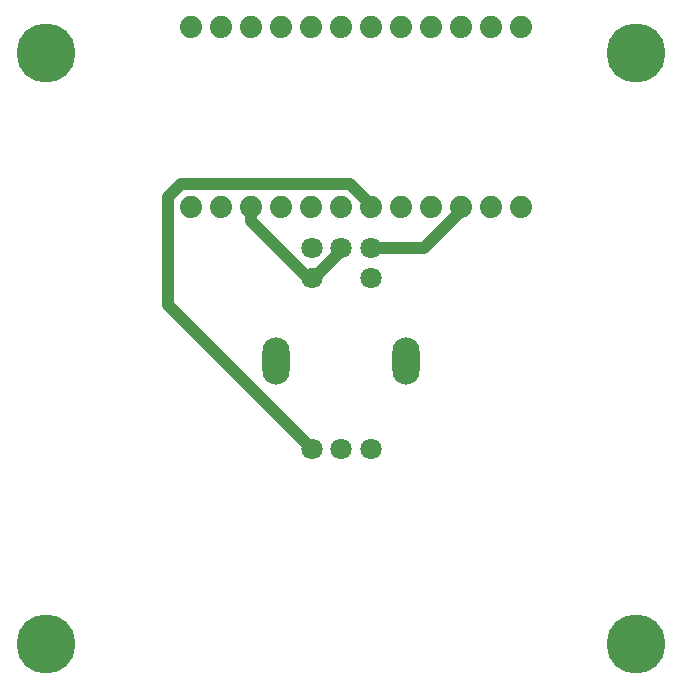
<source format=gtl>
G04 Layer: TopLayer*
G04 EasyEDA v6.5.44, 2024-08-12 22:27:17*
G04 a969c8272e934fc59d291ef219c4aee1,8459dde1cedc4d0a992e2e80de75b1a7,10*
G04 Gerber Generator version 0.2*
G04 Scale: 100 percent, Rotated: No, Reflected: No *
G04 Dimensions in millimeters *
G04 leading zeros omitted , absolute positions ,4 integer and 5 decimal *
%FSLAX45Y45*%
%MOMM*%

%ADD10C,1.0000*%
%ADD11C,5.0000*%
%ADD12C,1.8796*%
%ADD13C,1.8000*%
%ADD14O,2.2999954X3.9999919999999998*%

%LPD*%
D10*
X3000019Y-2150008D02*
G01*
X3000019Y-2170937D01*
X2770962Y-2399995D01*
X2750007Y-2399995D01*
X2750007Y-2399995D02*
G01*
X2723413Y-2399995D01*
X2237993Y-1914575D01*
X2237993Y-1803400D01*
X3250006Y-2150008D02*
G01*
X3698570Y-2150008D01*
X4015993Y-1832584D01*
X4015993Y-1803400D01*
X2750007Y-3850004D02*
G01*
X1530756Y-2630754D01*
X1530756Y-1716100D01*
X1641525Y-1605330D01*
X3077159Y-1605330D01*
X3253993Y-1782165D01*
X3253993Y-1803400D01*
X3000019Y-2150008D02*
G01*
X3000019Y-2170937D01*
X2770962Y-2399995D01*
X2750007Y-2399995D01*
X2750007Y-2399995D02*
G01*
X2723413Y-2399995D01*
X2237993Y-1914575D01*
X2237993Y-1803400D01*
X3250006Y-2150008D02*
G01*
X3698570Y-2150008D01*
X4015993Y-1832584D01*
X4015993Y-1803400D01*
X2750007Y-3850004D02*
G01*
X1530756Y-2630754D01*
X1530756Y-1716100D01*
X1641525Y-1605330D01*
X3077159Y-1605330D01*
X3253993Y-1782165D01*
X3253993Y-1803400D01*
X2237993Y-1914575D02*
G01*
X2237993Y-1803400D01*
X2750007Y-2399995D02*
G01*
X2723413Y-2399995D01*
X2237993Y-1914575D01*
X2237993Y-1914575D02*
G01*
X2237993Y-1803400D01*
X2750007Y-2399995D02*
G01*
X2723413Y-2399995D01*
X2237993Y-1914575D01*
X3000019Y-2150008D02*
G01*
X3000019Y-2170937D01*
X2770962Y-2399995D01*
X2750007Y-2399995D01*
X3000019Y-2150008D02*
G01*
X3000019Y-2170937D01*
X2770962Y-2399995D01*
X2750007Y-2399995D01*
X3077159Y-1605330D02*
G01*
X3253993Y-1782165D01*
X3253993Y-1803400D01*
X1641525Y-1605330D02*
G01*
X3077159Y-1605330D01*
X3077159Y-1605330D02*
G01*
X3253993Y-1782165D01*
X3253993Y-1803400D01*
X1641525Y-1605330D02*
G01*
X3077159Y-1605330D01*
X1530756Y-1716100D02*
G01*
X1641525Y-1605330D01*
X1530756Y-1716100D02*
G01*
X1641525Y-1605330D01*
X1530756Y-2630754D02*
G01*
X1530756Y-1716100D01*
X1530756Y-2630754D02*
G01*
X1530756Y-1716100D01*
X2750007Y-3850004D02*
G01*
X1530756Y-2630754D01*
X2750007Y-3850004D02*
G01*
X1530756Y-2630754D01*
X3698570Y-2150008D02*
G01*
X4015993Y-1832584D01*
X4015993Y-1803400D01*
X3250006Y-2150008D02*
G01*
X3698570Y-2150008D01*
X3698570Y-2150008D02*
G01*
X4015993Y-1832584D01*
X4015993Y-1803400D01*
X3250006Y-2150008D02*
G01*
X3698570Y-2150008D01*
D11*
G01*
X499998Y-499998D03*
G01*
X5499988Y-499998D03*
G01*
X499998Y-5499988D03*
G01*
X5499988Y-5499988D03*
D12*
G01*
X4523993Y-1803400D03*
G01*
X4269993Y-1803400D03*
G01*
X4015993Y-1803400D03*
G01*
X3761993Y-1803400D03*
G01*
X3507993Y-1803400D03*
G01*
X3253993Y-1803400D03*
G01*
X2999993Y-1803400D03*
G01*
X2745993Y-1803400D03*
G01*
X2491993Y-1803400D03*
G01*
X2237993Y-1803400D03*
G01*
X1983993Y-1803400D03*
G01*
X1729994Y-1803400D03*
G01*
X1729994Y-279400D03*
G01*
X1983993Y-279400D03*
G01*
X2237993Y-279400D03*
G01*
X2491993Y-279400D03*
G01*
X2745993Y-279400D03*
G01*
X2999993Y-279400D03*
G01*
X3253993Y-279400D03*
G01*
X3507993Y-279400D03*
G01*
X3761993Y-279400D03*
G01*
X4015993Y-279400D03*
G01*
X4269993Y-279400D03*
G01*
X4523993Y-279400D03*
D13*
G01*
X2750007Y-3850004D03*
G01*
X2999993Y-3850004D03*
G01*
X3250006Y-3850004D03*
G01*
X2750007Y-2399995D03*
G01*
X3250006Y-2399995D03*
D14*
G01*
X3550005Y-3099993D03*
G01*
X2450007Y-3099993D03*
D13*
G01*
X2750007Y-2150008D03*
G01*
X3000019Y-2150008D03*
G01*
X3250006Y-2150008D03*
M02*

</source>
